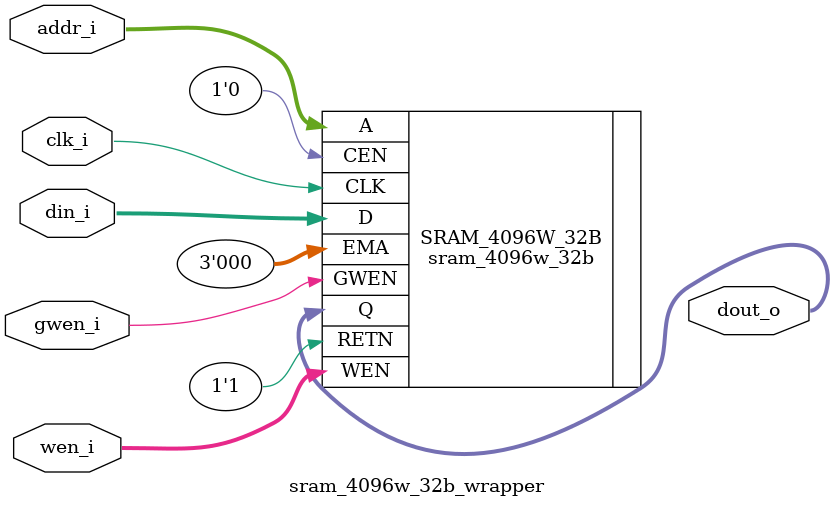
<source format=sv>

module sram_4096w_32b_wrapper (
    input logic clk_i,
    input logic gwen_i,
    input logic [3:0] wen_i,
    input logic [11:0] addr_i,
    input logic [31:0] din_i,
    output logic [31:0] dout_o
);
    sram_4096w_32b SRAM_4096W_32B (
		.CLK 			(clk_i),
		.CEN			(1'b0),
        .GWEN           (gwen_i),
		.WEN			(wen_i),
		.A 				(addr_i), // 12-bit address
		.D 				(din_i),
		.EMA			(3'b000),
		.RETN			(1'b1),
		// outputs
		.Q 				(dout_o)
	);

endmodule
</source>
